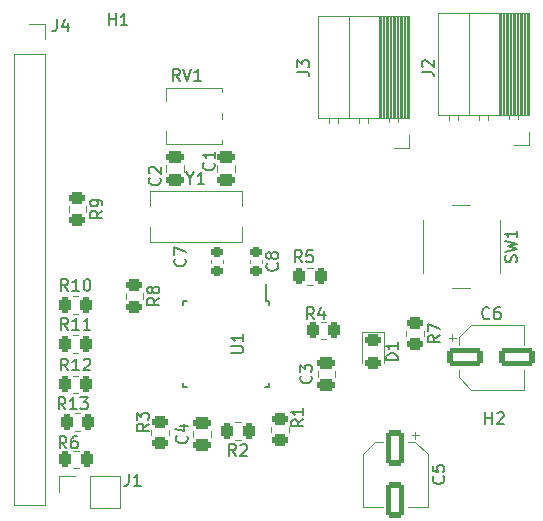
<source format=gto>
G04 #@! TF.GenerationSoftware,KiCad,Pcbnew,(6.0.9)*
G04 #@! TF.CreationDate,2022-12-23T15:26:11+01:00*
G04 #@! TF.ProjectId,mainboard,6d61696e-626f-4617-9264-2e6b69636164,rev?*
G04 #@! TF.SameCoordinates,Original*
G04 #@! TF.FileFunction,Legend,Top*
G04 #@! TF.FilePolarity,Positive*
%FSLAX46Y46*%
G04 Gerber Fmt 4.6, Leading zero omitted, Abs format (unit mm)*
G04 Created by KiCad (PCBNEW (6.0.9)) date 2022-12-23 15:26:11*
%MOMM*%
%LPD*%
G01*
G04 APERTURE LIST*
G04 Aperture macros list*
%AMRoundRect*
0 Rectangle with rounded corners*
0 $1 Rounding radius*
0 $2 $3 $4 $5 $6 $7 $8 $9 X,Y pos of 4 corners*
0 Add a 4 corners polygon primitive as box body*
4,1,4,$2,$3,$4,$5,$6,$7,$8,$9,$2,$3,0*
0 Add four circle primitives for the rounded corners*
1,1,$1+$1,$2,$3*
1,1,$1+$1,$4,$5*
1,1,$1+$1,$6,$7*
1,1,$1+$1,$8,$9*
0 Add four rect primitives between the rounded corners*
20,1,$1+$1,$2,$3,$4,$5,0*
20,1,$1+$1,$4,$5,$6,$7,0*
20,1,$1+$1,$6,$7,$8,$9,0*
20,1,$1+$1,$8,$9,$2,$3,0*%
G04 Aperture macros list end*
%ADD10C,0.150000*%
%ADD11C,0.120000*%
%ADD12C,2.000000*%
%ADD13RoundRect,0.250000X0.262500X0.450000X-0.262500X0.450000X-0.262500X-0.450000X0.262500X-0.450000X0*%
%ADD14RoundRect,0.250000X-0.262500X-0.450000X0.262500X-0.450000X0.262500X0.450000X-0.262500X0.450000X0*%
%ADD15RoundRect,0.250000X-0.450000X0.262500X-0.450000X-0.262500X0.450000X-0.262500X0.450000X0.262500X0*%
%ADD16RoundRect,0.243750X-0.456250X0.243750X-0.456250X-0.243750X0.456250X-0.243750X0.456250X0.243750X0*%
%ADD17RoundRect,0.250000X0.475000X-0.250000X0.475000X0.250000X-0.475000X0.250000X-0.475000X-0.250000X0*%
%ADD18RoundRect,0.250000X-0.475000X0.250000X-0.475000X-0.250000X0.475000X-0.250000X0.475000X0.250000X0*%
%ADD19RoundRect,0.250000X0.450000X-0.262500X0.450000X0.262500X-0.450000X0.262500X-0.450000X-0.262500X0*%
%ADD20C,5.400000*%
%ADD21RoundRect,0.225000X-0.250000X0.225000X-0.250000X-0.225000X0.250000X-0.225000X0.250000X0.225000X0*%
%ADD22R,1.700000X1.700000*%
%ADD23O,1.700000X1.700000*%
%ADD24RoundRect,0.250000X-0.550000X1.250000X-0.550000X-1.250000X0.550000X-1.250000X0.550000X1.250000X0*%
%ADD25R,3.500000X1.200000*%
%ADD26R,1.300000X1.300000*%
%ADD27R,1.300000X2.000000*%
%ADD28RoundRect,0.250000X-1.250000X-0.550000X1.250000X-0.550000X1.250000X0.550000X-1.250000X0.550000X0*%
%ADD29RoundRect,0.225000X0.250000X-0.225000X0.250000X0.225000X-0.250000X0.225000X-0.250000X-0.225000X0*%
%ADD30R,0.550000X1.600000*%
%ADD31R,1.600000X0.550000*%
G04 APERTURE END LIST*
D10*
X151847761Y-45275333D02*
X151895380Y-45132476D01*
X151895380Y-44894380D01*
X151847761Y-44799142D01*
X151800142Y-44751523D01*
X151704904Y-44703904D01*
X151609666Y-44703904D01*
X151514428Y-44751523D01*
X151466809Y-44799142D01*
X151419190Y-44894380D01*
X151371571Y-45084857D01*
X151323952Y-45180095D01*
X151276333Y-45227714D01*
X151181095Y-45275333D01*
X151085857Y-45275333D01*
X150990619Y-45227714D01*
X150943000Y-45180095D01*
X150895380Y-45084857D01*
X150895380Y-44846761D01*
X150943000Y-44703904D01*
X150895380Y-44370571D02*
X151895380Y-44132476D01*
X151181095Y-43942000D01*
X151895380Y-43751523D01*
X150895380Y-43513428D01*
X151895380Y-42608666D02*
X151895380Y-43180095D01*
X151895380Y-42894380D02*
X150895380Y-42894380D01*
X151038238Y-42989619D01*
X151133476Y-43084857D01*
X151181095Y-43180095D01*
X113657142Y-57729380D02*
X113323809Y-57253190D01*
X113085714Y-57729380D02*
X113085714Y-56729380D01*
X113466666Y-56729380D01*
X113561904Y-56777000D01*
X113609523Y-56824619D01*
X113657142Y-56919857D01*
X113657142Y-57062714D01*
X113609523Y-57157952D01*
X113561904Y-57205571D01*
X113466666Y-57253190D01*
X113085714Y-57253190D01*
X114609523Y-57729380D02*
X114038095Y-57729380D01*
X114323809Y-57729380D02*
X114323809Y-56729380D01*
X114228571Y-56872238D01*
X114133333Y-56967476D01*
X114038095Y-57015095D01*
X114942857Y-56729380D02*
X115561904Y-56729380D01*
X115228571Y-57110333D01*
X115371428Y-57110333D01*
X115466666Y-57157952D01*
X115514285Y-57205571D01*
X115561904Y-57300809D01*
X115561904Y-57538904D01*
X115514285Y-57634142D01*
X115466666Y-57681761D01*
X115371428Y-57729380D01*
X115085714Y-57729380D01*
X114990476Y-57681761D01*
X114942857Y-57634142D01*
X113887642Y-54428380D02*
X113554309Y-53952190D01*
X113316214Y-54428380D02*
X113316214Y-53428380D01*
X113697166Y-53428380D01*
X113792404Y-53476000D01*
X113840023Y-53523619D01*
X113887642Y-53618857D01*
X113887642Y-53761714D01*
X113840023Y-53856952D01*
X113792404Y-53904571D01*
X113697166Y-53952190D01*
X113316214Y-53952190D01*
X114840023Y-54428380D02*
X114268595Y-54428380D01*
X114554309Y-54428380D02*
X114554309Y-53428380D01*
X114459071Y-53571238D01*
X114363833Y-53666476D01*
X114268595Y-53714095D01*
X115220976Y-53523619D02*
X115268595Y-53476000D01*
X115363833Y-53428380D01*
X115601928Y-53428380D01*
X115697166Y-53476000D01*
X115744785Y-53523619D01*
X115792404Y-53618857D01*
X115792404Y-53714095D01*
X115744785Y-53856952D01*
X115173357Y-54428380D01*
X115792404Y-54428380D01*
X113887642Y-50999380D02*
X113554309Y-50523190D01*
X113316214Y-50999380D02*
X113316214Y-49999380D01*
X113697166Y-49999380D01*
X113792404Y-50047000D01*
X113840023Y-50094619D01*
X113887642Y-50189857D01*
X113887642Y-50332714D01*
X113840023Y-50427952D01*
X113792404Y-50475571D01*
X113697166Y-50523190D01*
X113316214Y-50523190D01*
X114840023Y-50999380D02*
X114268595Y-50999380D01*
X114554309Y-50999380D02*
X114554309Y-49999380D01*
X114459071Y-50142238D01*
X114363833Y-50237476D01*
X114268595Y-50285095D01*
X115792404Y-50999380D02*
X115220976Y-50999380D01*
X115506690Y-50999380D02*
X115506690Y-49999380D01*
X115411452Y-50142238D01*
X115316214Y-50237476D01*
X115220976Y-50285095D01*
X113887642Y-47697380D02*
X113554309Y-47221190D01*
X113316214Y-47697380D02*
X113316214Y-46697380D01*
X113697166Y-46697380D01*
X113792404Y-46745000D01*
X113840023Y-46792619D01*
X113887642Y-46887857D01*
X113887642Y-47030714D01*
X113840023Y-47125952D01*
X113792404Y-47173571D01*
X113697166Y-47221190D01*
X113316214Y-47221190D01*
X114840023Y-47697380D02*
X114268595Y-47697380D01*
X114554309Y-47697380D02*
X114554309Y-46697380D01*
X114459071Y-46840238D01*
X114363833Y-46935476D01*
X114268595Y-46983095D01*
X115459071Y-46697380D02*
X115554309Y-46697380D01*
X115649547Y-46745000D01*
X115697166Y-46792619D01*
X115744785Y-46887857D01*
X115792404Y-47078333D01*
X115792404Y-47316428D01*
X115744785Y-47506904D01*
X115697166Y-47602142D01*
X115649547Y-47649761D01*
X115554309Y-47697380D01*
X115459071Y-47697380D01*
X115363833Y-47649761D01*
X115316214Y-47602142D01*
X115268595Y-47506904D01*
X115220976Y-47316428D01*
X115220976Y-47078333D01*
X115268595Y-46887857D01*
X115316214Y-46792619D01*
X115363833Y-46745000D01*
X115459071Y-46697380D01*
X116783380Y-40933666D02*
X116307190Y-41267000D01*
X116783380Y-41505095D02*
X115783380Y-41505095D01*
X115783380Y-41124142D01*
X115831000Y-41028904D01*
X115878619Y-40981285D01*
X115973857Y-40933666D01*
X116116714Y-40933666D01*
X116211952Y-40981285D01*
X116259571Y-41028904D01*
X116307190Y-41124142D01*
X116307190Y-41505095D01*
X116783380Y-40457476D02*
X116783380Y-40267000D01*
X116735761Y-40171761D01*
X116688142Y-40124142D01*
X116545285Y-40028904D01*
X116354809Y-39981285D01*
X115973857Y-39981285D01*
X115878619Y-40028904D01*
X115831000Y-40076523D01*
X115783380Y-40171761D01*
X115783380Y-40362238D01*
X115831000Y-40457476D01*
X115878619Y-40505095D01*
X115973857Y-40552714D01*
X116211952Y-40552714D01*
X116307190Y-40505095D01*
X116354809Y-40457476D01*
X116402428Y-40362238D01*
X116402428Y-40171761D01*
X116354809Y-40076523D01*
X116307190Y-40028904D01*
X116211952Y-39981285D01*
X121609380Y-48299666D02*
X121133190Y-48633000D01*
X121609380Y-48871095D02*
X120609380Y-48871095D01*
X120609380Y-48490142D01*
X120657000Y-48394904D01*
X120704619Y-48347285D01*
X120799857Y-48299666D01*
X120942714Y-48299666D01*
X121037952Y-48347285D01*
X121085571Y-48394904D01*
X121133190Y-48490142D01*
X121133190Y-48871095D01*
X121037952Y-47728238D02*
X120990333Y-47823476D01*
X120942714Y-47871095D01*
X120847476Y-47918714D01*
X120799857Y-47918714D01*
X120704619Y-47871095D01*
X120657000Y-47823476D01*
X120609380Y-47728238D01*
X120609380Y-47537761D01*
X120657000Y-47442523D01*
X120704619Y-47394904D01*
X120799857Y-47347285D01*
X120847476Y-47347285D01*
X120942714Y-47394904D01*
X120990333Y-47442523D01*
X121037952Y-47537761D01*
X121037952Y-47728238D01*
X121085571Y-47823476D01*
X121133190Y-47871095D01*
X121228428Y-47918714D01*
X121418904Y-47918714D01*
X121514142Y-47871095D01*
X121561761Y-47823476D01*
X121609380Y-47728238D01*
X121609380Y-47537761D01*
X121561761Y-47442523D01*
X121514142Y-47394904D01*
X121418904Y-47347285D01*
X121228428Y-47347285D01*
X121133190Y-47394904D01*
X121085571Y-47442523D01*
X121037952Y-47537761D01*
X145358380Y-51474666D02*
X144882190Y-51808000D01*
X145358380Y-52046095D02*
X144358380Y-52046095D01*
X144358380Y-51665142D01*
X144406000Y-51569904D01*
X144453619Y-51522285D01*
X144548857Y-51474666D01*
X144691714Y-51474666D01*
X144786952Y-51522285D01*
X144834571Y-51569904D01*
X144882190Y-51665142D01*
X144882190Y-52046095D01*
X144358380Y-51141333D02*
X144358380Y-50474666D01*
X145358380Y-50903238D01*
X141802380Y-53570095D02*
X140802380Y-53570095D01*
X140802380Y-53332000D01*
X140850000Y-53189142D01*
X140945238Y-53093904D01*
X141040476Y-53046285D01*
X141230952Y-52998666D01*
X141373809Y-52998666D01*
X141564285Y-53046285D01*
X141659523Y-53093904D01*
X141754761Y-53189142D01*
X141802380Y-53332000D01*
X141802380Y-53570095D01*
X141802380Y-52046285D02*
X141802380Y-52617714D01*
X141802380Y-52332000D02*
X140802380Y-52332000D01*
X140945238Y-52427238D01*
X141040476Y-52522476D01*
X141088095Y-52617714D01*
X134440142Y-54903666D02*
X134487761Y-54951285D01*
X134535380Y-55094142D01*
X134535380Y-55189380D01*
X134487761Y-55332238D01*
X134392523Y-55427476D01*
X134297285Y-55475095D01*
X134106809Y-55522714D01*
X133963952Y-55522714D01*
X133773476Y-55475095D01*
X133678238Y-55427476D01*
X133583000Y-55332238D01*
X133535380Y-55189380D01*
X133535380Y-55094142D01*
X133583000Y-54951285D01*
X133630619Y-54903666D01*
X133535380Y-54570333D02*
X133535380Y-53951285D01*
X133916333Y-54284619D01*
X133916333Y-54141761D01*
X133963952Y-54046523D01*
X134011571Y-53998904D01*
X134106809Y-53951285D01*
X134344904Y-53951285D01*
X134440142Y-53998904D01*
X134487761Y-54046523D01*
X134535380Y-54141761D01*
X134535380Y-54427476D01*
X134487761Y-54522714D01*
X134440142Y-54570333D01*
X126214142Y-36869666D02*
X126261761Y-36917285D01*
X126309380Y-37060142D01*
X126309380Y-37155380D01*
X126261761Y-37298238D01*
X126166523Y-37393476D01*
X126071285Y-37441095D01*
X125880809Y-37488714D01*
X125737952Y-37488714D01*
X125547476Y-37441095D01*
X125452238Y-37393476D01*
X125357000Y-37298238D01*
X125309380Y-37155380D01*
X125309380Y-37060142D01*
X125357000Y-36917285D01*
X125404619Y-36869666D01*
X126309380Y-35917285D02*
X126309380Y-36488714D01*
X126309380Y-36203000D02*
X125309380Y-36203000D01*
X125452238Y-36298238D01*
X125547476Y-36393476D01*
X125595095Y-36488714D01*
X128103333Y-61665380D02*
X127770000Y-61189190D01*
X127531904Y-61665380D02*
X127531904Y-60665380D01*
X127912857Y-60665380D01*
X128008095Y-60713000D01*
X128055714Y-60760619D01*
X128103333Y-60855857D01*
X128103333Y-60998714D01*
X128055714Y-61093952D01*
X128008095Y-61141571D01*
X127912857Y-61189190D01*
X127531904Y-61189190D01*
X128484285Y-60760619D02*
X128531904Y-60713000D01*
X128627142Y-60665380D01*
X128865238Y-60665380D01*
X128960476Y-60713000D01*
X129008095Y-60760619D01*
X129055714Y-60855857D01*
X129055714Y-60951095D01*
X129008095Y-61093952D01*
X128436666Y-61665380D01*
X129055714Y-61665380D01*
X120721380Y-58967666D02*
X120245190Y-59301000D01*
X120721380Y-59539095D02*
X119721380Y-59539095D01*
X119721380Y-59158142D01*
X119769000Y-59062904D01*
X119816619Y-59015285D01*
X119911857Y-58967666D01*
X120054714Y-58967666D01*
X120149952Y-59015285D01*
X120197571Y-59062904D01*
X120245190Y-59158142D01*
X120245190Y-59539095D01*
X119721380Y-58634333D02*
X119721380Y-58015285D01*
X120102333Y-58348619D01*
X120102333Y-58205761D01*
X120149952Y-58110523D01*
X120197571Y-58062904D01*
X120292809Y-58015285D01*
X120530904Y-58015285D01*
X120626142Y-58062904D01*
X120673761Y-58110523D01*
X120721380Y-58205761D01*
X120721380Y-58491476D01*
X120673761Y-58586714D01*
X120626142Y-58634333D01*
X117348095Y-25200380D02*
X117348095Y-24200380D01*
X117348095Y-24676571D02*
X117919523Y-24676571D01*
X117919523Y-25200380D02*
X117919523Y-24200380D01*
X118919523Y-25200380D02*
X118348095Y-25200380D01*
X118633809Y-25200380D02*
X118633809Y-24200380D01*
X118538571Y-24343238D01*
X118443333Y-24438476D01*
X118348095Y-24486095D01*
X131581142Y-45378666D02*
X131628761Y-45426285D01*
X131676380Y-45569142D01*
X131676380Y-45664380D01*
X131628761Y-45807238D01*
X131533523Y-45902476D01*
X131438285Y-45950095D01*
X131247809Y-45997714D01*
X131104952Y-45997714D01*
X130914476Y-45950095D01*
X130819238Y-45902476D01*
X130724000Y-45807238D01*
X130676380Y-45664380D01*
X130676380Y-45569142D01*
X130724000Y-45426285D01*
X130771619Y-45378666D01*
X131104952Y-44807238D02*
X131057333Y-44902476D01*
X131009714Y-44950095D01*
X130914476Y-44997714D01*
X130866857Y-44997714D01*
X130771619Y-44950095D01*
X130724000Y-44902476D01*
X130676380Y-44807238D01*
X130676380Y-44616761D01*
X130724000Y-44521523D01*
X130771619Y-44473904D01*
X130866857Y-44426285D01*
X130914476Y-44426285D01*
X131009714Y-44473904D01*
X131057333Y-44521523D01*
X131104952Y-44616761D01*
X131104952Y-44807238D01*
X131152571Y-44902476D01*
X131200190Y-44950095D01*
X131295428Y-44997714D01*
X131485904Y-44997714D01*
X131581142Y-44950095D01*
X131628761Y-44902476D01*
X131676380Y-44807238D01*
X131676380Y-44616761D01*
X131628761Y-44521523D01*
X131581142Y-44473904D01*
X131485904Y-44426285D01*
X131295428Y-44426285D01*
X131200190Y-44473904D01*
X131152571Y-44521523D01*
X131104952Y-44616761D01*
X133691333Y-45283380D02*
X133358000Y-44807190D01*
X133119904Y-45283380D02*
X133119904Y-44283380D01*
X133500857Y-44283380D01*
X133596095Y-44331000D01*
X133643714Y-44378619D01*
X133691333Y-44473857D01*
X133691333Y-44616714D01*
X133643714Y-44711952D01*
X133596095Y-44759571D01*
X133500857Y-44807190D01*
X133119904Y-44807190D01*
X134596095Y-44283380D02*
X134119904Y-44283380D01*
X134072285Y-44759571D01*
X134119904Y-44711952D01*
X134215142Y-44664333D01*
X134453238Y-44664333D01*
X134548476Y-44711952D01*
X134596095Y-44759571D01*
X134643714Y-44854809D01*
X134643714Y-45092904D01*
X134596095Y-45188142D01*
X134548476Y-45235761D01*
X134453238Y-45283380D01*
X134215142Y-45283380D01*
X134119904Y-45235761D01*
X134072285Y-45188142D01*
X134707333Y-50109380D02*
X134374000Y-49633190D01*
X134135904Y-50109380D02*
X134135904Y-49109380D01*
X134516857Y-49109380D01*
X134612095Y-49157000D01*
X134659714Y-49204619D01*
X134707333Y-49299857D01*
X134707333Y-49442714D01*
X134659714Y-49537952D01*
X134612095Y-49585571D01*
X134516857Y-49633190D01*
X134135904Y-49633190D01*
X135564476Y-49442714D02*
X135564476Y-50109380D01*
X135326380Y-49061761D02*
X135088285Y-49776047D01*
X135707333Y-49776047D01*
X123928142Y-59983666D02*
X123975761Y-60031285D01*
X124023380Y-60174142D01*
X124023380Y-60269380D01*
X123975761Y-60412238D01*
X123880523Y-60507476D01*
X123785285Y-60555095D01*
X123594809Y-60602714D01*
X123451952Y-60602714D01*
X123261476Y-60555095D01*
X123166238Y-60507476D01*
X123071000Y-60412238D01*
X123023380Y-60269380D01*
X123023380Y-60174142D01*
X123071000Y-60031285D01*
X123118619Y-59983666D01*
X123356714Y-59126523D02*
X124023380Y-59126523D01*
X122975761Y-59364619D02*
X123690047Y-59602714D01*
X123690047Y-58983666D01*
X119046666Y-63206380D02*
X119046666Y-63920666D01*
X118999047Y-64063523D01*
X118903809Y-64158761D01*
X118760952Y-64206380D01*
X118665714Y-64206380D01*
X120046666Y-64206380D02*
X119475238Y-64206380D01*
X119760952Y-64206380D02*
X119760952Y-63206380D01*
X119665714Y-63349238D01*
X119570476Y-63444476D01*
X119475238Y-63492095D01*
X113752333Y-61031380D02*
X113419000Y-60555190D01*
X113180904Y-61031380D02*
X113180904Y-60031380D01*
X113561857Y-60031380D01*
X113657095Y-60079000D01*
X113704714Y-60126619D01*
X113752333Y-60221857D01*
X113752333Y-60364714D01*
X113704714Y-60459952D01*
X113657095Y-60507571D01*
X113561857Y-60555190D01*
X113180904Y-60555190D01*
X114609476Y-60031380D02*
X114419000Y-60031380D01*
X114323761Y-60079000D01*
X114276142Y-60126619D01*
X114180904Y-60269476D01*
X114133285Y-60459952D01*
X114133285Y-60840904D01*
X114180904Y-60936142D01*
X114228523Y-60983761D01*
X114323761Y-61031380D01*
X114514238Y-61031380D01*
X114609476Y-60983761D01*
X114657095Y-60936142D01*
X114704714Y-60840904D01*
X114704714Y-60602809D01*
X114657095Y-60507571D01*
X114609476Y-60459952D01*
X114514238Y-60412333D01*
X114323761Y-60412333D01*
X114228523Y-60459952D01*
X114180904Y-60507571D01*
X114133285Y-60602809D01*
X145662142Y-63412666D02*
X145709761Y-63460285D01*
X145757380Y-63603142D01*
X145757380Y-63698380D01*
X145709761Y-63841238D01*
X145614523Y-63936476D01*
X145519285Y-63984095D01*
X145328809Y-64031714D01*
X145185952Y-64031714D01*
X144995476Y-63984095D01*
X144900238Y-63936476D01*
X144805000Y-63841238D01*
X144757380Y-63698380D01*
X144757380Y-63603142D01*
X144805000Y-63460285D01*
X144852619Y-63412666D01*
X144757380Y-62507904D02*
X144757380Y-62984095D01*
X145233571Y-63031714D01*
X145185952Y-62984095D01*
X145138333Y-62888857D01*
X145138333Y-62650761D01*
X145185952Y-62555523D01*
X145233571Y-62507904D01*
X145328809Y-62460285D01*
X145566904Y-62460285D01*
X145662142Y-62507904D01*
X145709761Y-62555523D01*
X145757380Y-62650761D01*
X145757380Y-62888857D01*
X145709761Y-62984095D01*
X145662142Y-63031714D01*
X124237809Y-38178190D02*
X124237809Y-38654380D01*
X123904476Y-37654380D02*
X124237809Y-38178190D01*
X124571142Y-37654380D01*
X125428285Y-38654380D02*
X124856857Y-38654380D01*
X125142571Y-38654380D02*
X125142571Y-37654380D01*
X125047333Y-37797238D01*
X124952095Y-37892476D01*
X124856857Y-37940095D01*
X133802380Y-58586666D02*
X133326190Y-58920000D01*
X133802380Y-59158095D02*
X132802380Y-59158095D01*
X132802380Y-58777142D01*
X132850000Y-58681904D01*
X132897619Y-58634285D01*
X132992857Y-58586666D01*
X133135714Y-58586666D01*
X133230952Y-58634285D01*
X133278571Y-58681904D01*
X133326190Y-58777142D01*
X133326190Y-59158095D01*
X133802380Y-57634285D02*
X133802380Y-58205714D01*
X133802380Y-57920000D02*
X132802380Y-57920000D01*
X132945238Y-58015238D01*
X133040476Y-58110476D01*
X133088095Y-58205714D01*
X123356761Y-29916380D02*
X123023428Y-29440190D01*
X122785333Y-29916380D02*
X122785333Y-28916380D01*
X123166285Y-28916380D01*
X123261523Y-28964000D01*
X123309142Y-29011619D01*
X123356761Y-29106857D01*
X123356761Y-29249714D01*
X123309142Y-29344952D01*
X123261523Y-29392571D01*
X123166285Y-29440190D01*
X122785333Y-29440190D01*
X123642476Y-28916380D02*
X123975809Y-29916380D01*
X124309142Y-28916380D01*
X125166285Y-29916380D02*
X124594857Y-29916380D01*
X124880571Y-29916380D02*
X124880571Y-28916380D01*
X124785333Y-29059238D01*
X124690095Y-29154476D01*
X124594857Y-29202095D01*
X143851380Y-29162333D02*
X144565666Y-29162333D01*
X144708523Y-29209952D01*
X144803761Y-29305190D01*
X144851380Y-29448047D01*
X144851380Y-29543285D01*
X143946619Y-28733761D02*
X143899000Y-28686142D01*
X143851380Y-28590904D01*
X143851380Y-28352809D01*
X143899000Y-28257571D01*
X143946619Y-28209952D01*
X144041857Y-28162333D01*
X144137095Y-28162333D01*
X144279952Y-28209952D01*
X144851380Y-28781380D01*
X144851380Y-28162333D01*
X121642142Y-38139666D02*
X121689761Y-38187285D01*
X121737380Y-38330142D01*
X121737380Y-38425380D01*
X121689761Y-38568238D01*
X121594523Y-38663476D01*
X121499285Y-38711095D01*
X121308809Y-38758714D01*
X121165952Y-38758714D01*
X120975476Y-38711095D01*
X120880238Y-38663476D01*
X120785000Y-38568238D01*
X120737380Y-38425380D01*
X120737380Y-38330142D01*
X120785000Y-38187285D01*
X120832619Y-38139666D01*
X120832619Y-37758714D02*
X120785000Y-37711095D01*
X120737380Y-37615857D01*
X120737380Y-37377761D01*
X120785000Y-37282523D01*
X120832619Y-37234904D01*
X120927857Y-37187285D01*
X121023095Y-37187285D01*
X121165952Y-37234904D01*
X121737380Y-37806333D01*
X121737380Y-37187285D01*
X149566333Y-49997142D02*
X149518714Y-50044761D01*
X149375857Y-50092380D01*
X149280619Y-50092380D01*
X149137761Y-50044761D01*
X149042523Y-49949523D01*
X148994904Y-49854285D01*
X148947285Y-49663809D01*
X148947285Y-49520952D01*
X148994904Y-49330476D01*
X149042523Y-49235238D01*
X149137761Y-49140000D01*
X149280619Y-49092380D01*
X149375857Y-49092380D01*
X149518714Y-49140000D01*
X149566333Y-49187619D01*
X150423476Y-49092380D02*
X150233000Y-49092380D01*
X150137761Y-49140000D01*
X150090142Y-49187619D01*
X149994904Y-49330476D01*
X149947285Y-49520952D01*
X149947285Y-49901904D01*
X149994904Y-49997142D01*
X150042523Y-50044761D01*
X150137761Y-50092380D01*
X150328238Y-50092380D01*
X150423476Y-50044761D01*
X150471095Y-49997142D01*
X150518714Y-49901904D01*
X150518714Y-49663809D01*
X150471095Y-49568571D01*
X150423476Y-49520952D01*
X150328238Y-49473333D01*
X150137761Y-49473333D01*
X150042523Y-49520952D01*
X149994904Y-49568571D01*
X149947285Y-49663809D01*
X149225095Y-58982380D02*
X149225095Y-57982380D01*
X149225095Y-58458571D02*
X149796523Y-58458571D01*
X149796523Y-58982380D02*
X149796523Y-57982380D01*
X150225095Y-58077619D02*
X150272714Y-58030000D01*
X150367952Y-57982380D01*
X150606047Y-57982380D01*
X150701285Y-58030000D01*
X150748904Y-58077619D01*
X150796523Y-58172857D01*
X150796523Y-58268095D01*
X150748904Y-58410952D01*
X150177476Y-58982380D01*
X150796523Y-58982380D01*
X112950666Y-24725380D02*
X112950666Y-25439666D01*
X112903047Y-25582523D01*
X112807809Y-25677761D01*
X112664952Y-25725380D01*
X112569714Y-25725380D01*
X113855428Y-25058714D02*
X113855428Y-25725380D01*
X113617333Y-24677761D02*
X113379238Y-25392047D01*
X113998285Y-25392047D01*
X123768142Y-44997666D02*
X123815761Y-45045285D01*
X123863380Y-45188142D01*
X123863380Y-45283380D01*
X123815761Y-45426238D01*
X123720523Y-45521476D01*
X123625285Y-45569095D01*
X123434809Y-45616714D01*
X123291952Y-45616714D01*
X123101476Y-45569095D01*
X123006238Y-45521476D01*
X122911000Y-45426238D01*
X122863380Y-45283380D01*
X122863380Y-45188142D01*
X122911000Y-45045285D01*
X122958619Y-44997666D01*
X122863380Y-44664333D02*
X122863380Y-43997666D01*
X123863380Y-44426238D01*
X127722380Y-52958904D02*
X128531904Y-52958904D01*
X128627142Y-52911285D01*
X128674761Y-52863666D01*
X128722380Y-52768428D01*
X128722380Y-52577952D01*
X128674761Y-52482714D01*
X128627142Y-52435095D01*
X128531904Y-52387476D01*
X127722380Y-52387476D01*
X128722380Y-51387476D02*
X128722380Y-51958904D01*
X128722380Y-51673190D02*
X127722380Y-51673190D01*
X127865238Y-51768428D01*
X127960476Y-51863666D01*
X128008095Y-51958904D01*
X133310380Y-29162333D02*
X134024666Y-29162333D01*
X134167523Y-29209952D01*
X134262761Y-29305190D01*
X134310380Y-29448047D01*
X134310380Y-29543285D01*
X133310380Y-28781380D02*
X133310380Y-28162333D01*
X133691333Y-28495666D01*
X133691333Y-28352809D01*
X133738952Y-28257571D01*
X133786571Y-28209952D01*
X133881809Y-28162333D01*
X134119904Y-28162333D01*
X134215142Y-28209952D01*
X134262761Y-28257571D01*
X134310380Y-28352809D01*
X134310380Y-28638523D01*
X134262761Y-28733761D01*
X134215142Y-28781380D01*
D11*
X143943000Y-41692000D02*
X143943000Y-46192000D01*
X147943000Y-40442000D02*
X146443000Y-40442000D01*
X150443000Y-46192000D02*
X150443000Y-41692000D01*
X146443000Y-47442000D02*
X147943000Y-47442000D01*
X114908064Y-59536000D02*
X114453936Y-59536000D01*
X114908064Y-58066000D02*
X114453936Y-58066000D01*
X114303436Y-54891000D02*
X114757564Y-54891000D01*
X114303436Y-56361000D02*
X114757564Y-56361000D01*
X114303436Y-51462000D02*
X114757564Y-51462000D01*
X114303436Y-52932000D02*
X114757564Y-52932000D01*
X114303436Y-48160000D02*
X114757564Y-48160000D01*
X114303436Y-49630000D02*
X114757564Y-49630000D01*
X115416000Y-40539936D02*
X115416000Y-40994064D01*
X113946000Y-40539936D02*
X113946000Y-40994064D01*
X120242000Y-47905936D02*
X120242000Y-48360064D01*
X118772000Y-47905936D02*
X118772000Y-48360064D01*
X142521000Y-51080936D02*
X142521000Y-51535064D01*
X143991000Y-51080936D02*
X143991000Y-51535064D01*
X138740000Y-51147000D02*
X138740000Y-53832000D01*
X140660000Y-51147000D02*
X138740000Y-51147000D01*
X140660000Y-53832000D02*
X140660000Y-51147000D01*
X135028000Y-54998252D02*
X135028000Y-54475748D01*
X136498000Y-54998252D02*
X136498000Y-54475748D01*
X126519000Y-37076748D02*
X126519000Y-37599252D01*
X127989000Y-37076748D02*
X127989000Y-37599252D01*
X128497064Y-60298000D02*
X128042936Y-60298000D01*
X128497064Y-58828000D02*
X128042936Y-58828000D01*
X120931000Y-59917064D02*
X120931000Y-59462936D01*
X122401000Y-59917064D02*
X122401000Y-59462936D01*
X130304000Y-45071420D02*
X130304000Y-45352580D01*
X129284000Y-45071420D02*
X129284000Y-45352580D01*
X134593064Y-47217000D02*
X134138936Y-47217000D01*
X134593064Y-45747000D02*
X134138936Y-45747000D01*
X135736064Y-50319000D02*
X135281936Y-50319000D01*
X135736064Y-51789000D02*
X135281936Y-51789000D01*
X125957000Y-59555748D02*
X125957000Y-60078252D01*
X124487000Y-59555748D02*
X124487000Y-60078252D01*
X113117000Y-64745000D02*
X113117000Y-63415000D01*
X115717000Y-66075000D02*
X118317000Y-66075000D01*
X115717000Y-63415000D02*
X118317000Y-63415000D01*
X113117000Y-63415000D02*
X114447000Y-63415000D01*
X115717000Y-66075000D02*
X115717000Y-63415000D01*
X118317000Y-66075000D02*
X118317000Y-63415000D01*
X114781064Y-61241000D02*
X114326936Y-61241000D01*
X114781064Y-62711000D02*
X114326936Y-62711000D01*
X143290000Y-59621000D02*
X143290000Y-60246000D01*
X138845000Y-61550437D02*
X138845000Y-66006000D01*
X143300563Y-60486000D02*
X142665000Y-60486000D01*
X139909437Y-60486000D02*
X140545000Y-60486000D01*
X138845000Y-66006000D02*
X140545000Y-66006000D01*
X144365000Y-61550437D02*
X144365000Y-66006000D01*
X143300563Y-60486000D02*
X144365000Y-61550437D01*
X139909437Y-60486000D02*
X138845000Y-61550437D01*
X144365000Y-66006000D02*
X142665000Y-66006000D01*
X143602500Y-59933500D02*
X142977500Y-59933500D01*
X120794000Y-39232000D02*
X120794000Y-40502000D01*
X120794000Y-43572000D02*
X128634000Y-43572000D01*
X128634000Y-39232000D02*
X128634000Y-40502000D01*
X120794000Y-39232000D02*
X128634000Y-39232000D01*
X128634000Y-43572000D02*
X128634000Y-42302000D01*
X120794000Y-43572000D02*
X120794000Y-42302000D01*
X131091000Y-59663064D02*
X131091000Y-59208936D01*
X132561000Y-59663064D02*
X132561000Y-59208936D01*
X126957000Y-30523000D02*
X122217000Y-30523000D01*
X122217000Y-30523000D02*
X122217000Y-31653000D01*
X126957000Y-32634000D02*
X126957000Y-33153000D01*
X126957000Y-35263000D02*
X122217000Y-35263000D01*
X126957000Y-34933000D02*
X126957000Y-35263000D01*
X122217000Y-34133000D02*
X122217000Y-35263000D01*
X126957000Y-30523000D02*
X126957000Y-30854000D01*
X148723000Y-32785000D02*
X148723000Y-33195000D01*
X152360620Y-24155000D02*
X152360620Y-32785000D01*
X150471100Y-24155000D02*
X150471100Y-32785000D01*
X151415860Y-24155000D02*
X151415860Y-32785000D01*
X151770145Y-24155000D02*
X151770145Y-32785000D01*
X152242525Y-24155000D02*
X152242525Y-32785000D01*
X149443000Y-32785000D02*
X149443000Y-33195000D01*
X151297765Y-24155000D02*
X151297765Y-32785000D01*
X151533955Y-24155000D02*
X151533955Y-32785000D01*
X152596810Y-24155000D02*
X152596810Y-32785000D01*
X150353000Y-24155000D02*
X150353000Y-32785000D01*
X151888240Y-24155000D02*
X151888240Y-32785000D01*
X152833000Y-24155000D02*
X152833000Y-32785000D01*
X152953000Y-24155000D02*
X145213000Y-24155000D01*
X150707290Y-24155000D02*
X150707290Y-32785000D01*
X152714905Y-24155000D02*
X152714905Y-32785000D01*
X145213000Y-24155000D02*
X145213000Y-32785000D01*
X150825385Y-24155000D02*
X150825385Y-32785000D01*
X151061575Y-24155000D02*
X151061575Y-32785000D01*
X147813000Y-24155000D02*
X147813000Y-32785000D01*
X146183000Y-32785000D02*
X146183000Y-33195000D01*
X151983000Y-32785000D02*
X151983000Y-33135000D01*
X151263000Y-32785000D02*
X151263000Y-33135000D01*
X152953000Y-24155000D02*
X152953000Y-32785000D01*
X150589195Y-24155000D02*
X150589195Y-32785000D01*
X152953000Y-32785000D02*
X145213000Y-32785000D01*
X146903000Y-32785000D02*
X146903000Y-33195000D01*
X151652050Y-24155000D02*
X151652050Y-32785000D01*
X152953000Y-35355000D02*
X151623000Y-35355000D01*
X150943480Y-24155000D02*
X150943480Y-32785000D01*
X152124430Y-24155000D02*
X152124430Y-32785000D01*
X152478715Y-24155000D02*
X152478715Y-32785000D01*
X152953000Y-34245000D02*
X152953000Y-35355000D01*
X152006335Y-24155000D02*
X152006335Y-32785000D01*
X151179670Y-24155000D02*
X151179670Y-32785000D01*
X123671000Y-37076748D02*
X123671000Y-37599252D01*
X122201000Y-37076748D02*
X122201000Y-37599252D01*
X146973000Y-55035563D02*
X148037437Y-56100000D01*
X146973000Y-51644437D02*
X146973000Y-52280000D01*
X148037437Y-50580000D02*
X152493000Y-50580000D01*
X146973000Y-55035563D02*
X146973000Y-54400000D01*
X146108000Y-51655000D02*
X146733000Y-51655000D01*
X148037437Y-56100000D02*
X152493000Y-56100000D01*
X152493000Y-50580000D02*
X152493000Y-52280000D01*
X146973000Y-51644437D02*
X148037437Y-50580000D01*
X152493000Y-56100000D02*
X152493000Y-54400000D01*
X146420500Y-51342500D02*
X146420500Y-51967500D01*
X109287000Y-65846000D02*
X111947000Y-65846000D01*
X109287000Y-27686000D02*
X109287000Y-65846000D01*
X109287000Y-27686000D02*
X111947000Y-27686000D01*
X111947000Y-25086000D02*
X111947000Y-26416000D01*
X110617000Y-25086000D02*
X111947000Y-25086000D01*
X111947000Y-27686000D02*
X111947000Y-65846000D01*
X127002000Y-45352580D02*
X127002000Y-45071420D01*
X125982000Y-45352580D02*
X125982000Y-45071420D01*
D10*
X123629000Y-48572000D02*
X123629000Y-48897000D01*
X123629000Y-48572000D02*
X123954000Y-48572000D01*
X130879000Y-55822000D02*
X130879000Y-55497000D01*
X123629000Y-55822000D02*
X123954000Y-55822000D01*
X123629000Y-55822000D02*
X123629000Y-55497000D01*
X130654000Y-48572000D02*
X130654000Y-47147000D01*
X130879000Y-55822000D02*
X130554000Y-55822000D01*
X130879000Y-48572000D02*
X130654000Y-48572000D01*
X130879000Y-48572000D02*
X130879000Y-48897000D01*
D11*
X141823000Y-33039000D02*
X141823000Y-33389000D01*
X142793000Y-35609000D02*
X141463000Y-35609000D01*
X137653000Y-24409000D02*
X137653000Y-33039000D01*
X141137765Y-24409000D02*
X141137765Y-33039000D01*
X138563000Y-33039000D02*
X138563000Y-33449000D01*
X142200620Y-24409000D02*
X142200620Y-33039000D01*
X140429195Y-24409000D02*
X140429195Y-33039000D01*
X140665385Y-24409000D02*
X140665385Y-33039000D01*
X142793000Y-34499000D02*
X142793000Y-35609000D01*
X136743000Y-33039000D02*
X136743000Y-33449000D01*
X142318715Y-24409000D02*
X142318715Y-33039000D01*
X141255860Y-24409000D02*
X141255860Y-33039000D01*
X141019670Y-24409000D02*
X141019670Y-33039000D01*
X140311100Y-24409000D02*
X140311100Y-33039000D01*
X135053000Y-24409000D02*
X135053000Y-33039000D01*
X140783480Y-24409000D02*
X140783480Y-33039000D01*
X141846335Y-24409000D02*
X141846335Y-33039000D01*
X141492050Y-24409000D02*
X141492050Y-33039000D01*
X142554905Y-24409000D02*
X142554905Y-33039000D01*
X142793000Y-24409000D02*
X135053000Y-24409000D01*
X136023000Y-33039000D02*
X136023000Y-33449000D01*
X141964430Y-24409000D02*
X141964430Y-33039000D01*
X141728240Y-24409000D02*
X141728240Y-33039000D01*
X141610145Y-24409000D02*
X141610145Y-33039000D01*
X142673000Y-24409000D02*
X142673000Y-33039000D01*
X142793000Y-24409000D02*
X142793000Y-33039000D01*
X140547290Y-24409000D02*
X140547290Y-33039000D01*
X141373955Y-24409000D02*
X141373955Y-33039000D01*
X139283000Y-33039000D02*
X139283000Y-33449000D01*
X142082525Y-24409000D02*
X142082525Y-33039000D01*
X142436810Y-24409000D02*
X142436810Y-33039000D01*
X140193000Y-24409000D02*
X140193000Y-33039000D01*
X142793000Y-33039000D02*
X135053000Y-33039000D01*
X140901575Y-24409000D02*
X140901575Y-33039000D01*
X141103000Y-33039000D02*
X141103000Y-33389000D01*
%LPC*%
D12*
X144943000Y-40692000D03*
X144943000Y-47192000D03*
X149443000Y-40692000D03*
X149443000Y-47192000D03*
D13*
X115593500Y-58801000D03*
X113768500Y-58801000D03*
D14*
X113618000Y-55626000D03*
X115443000Y-55626000D03*
X113618000Y-52197000D03*
X115443000Y-52197000D03*
X113618000Y-48895000D03*
X115443000Y-48895000D03*
D15*
X114681000Y-39854500D03*
X114681000Y-41679500D03*
X119507000Y-47220500D03*
X119507000Y-49045500D03*
X143256000Y-52220500D03*
X143256000Y-50395500D03*
D16*
X139700000Y-53769500D03*
X139700000Y-51894500D03*
D17*
X135763000Y-53787000D03*
X135763000Y-55687000D03*
D18*
X127254000Y-36388000D03*
X127254000Y-38288000D03*
D13*
X129182500Y-59563000D03*
X127357500Y-59563000D03*
D19*
X121666000Y-60602500D03*
X121666000Y-58777500D03*
D20*
X118110000Y-28448000D03*
D21*
X129794000Y-44437000D03*
X129794000Y-45987000D03*
D13*
X135278500Y-46482000D03*
X133453500Y-46482000D03*
X134596500Y-51054000D03*
X136421500Y-51054000D03*
D18*
X125222000Y-58867000D03*
X125222000Y-60767000D03*
D22*
X114447000Y-64745000D03*
D23*
X116987000Y-64745000D03*
D13*
X115466500Y-61976000D03*
X113641500Y-61976000D03*
D24*
X141605000Y-61046000D03*
X141605000Y-65446000D03*
D25*
X121964000Y-41402000D03*
X127464000Y-41402000D03*
D19*
X131826000Y-58523500D03*
X131826000Y-60348500D03*
D26*
X127337000Y-31743000D03*
D27*
X121837000Y-32893000D03*
D26*
X127337000Y-34043000D03*
D22*
X151623000Y-34245000D03*
D23*
X149083000Y-34245000D03*
X146543000Y-34245000D03*
D18*
X122936000Y-36388000D03*
X122936000Y-38288000D03*
D28*
X147533000Y-53340000D03*
X151933000Y-53340000D03*
D20*
X149987000Y-62230000D03*
D22*
X110617000Y-26416000D03*
D23*
X110617000Y-28956000D03*
X110617000Y-31496000D03*
X110617000Y-34036000D03*
X110617000Y-36576000D03*
X110617000Y-39116000D03*
X110617000Y-41656000D03*
X110617000Y-44196000D03*
X110617000Y-46736000D03*
X110617000Y-49276000D03*
X110617000Y-51816000D03*
X110617000Y-54356000D03*
X110617000Y-56896000D03*
X110617000Y-59436000D03*
X110617000Y-61976000D03*
X110617000Y-64516000D03*
D29*
X126492000Y-45987000D03*
X126492000Y-44437000D03*
D30*
X130054000Y-47947000D03*
X129254000Y-47947000D03*
X128454000Y-47947000D03*
X127654000Y-47947000D03*
X126854000Y-47947000D03*
X126054000Y-47947000D03*
X125254000Y-47947000D03*
X124454000Y-47947000D03*
D31*
X123004000Y-49397000D03*
X123004000Y-50197000D03*
X123004000Y-50997000D03*
X123004000Y-51797000D03*
X123004000Y-52597000D03*
X123004000Y-53397000D03*
X123004000Y-54197000D03*
X123004000Y-54997000D03*
D30*
X124454000Y-56447000D03*
X125254000Y-56447000D03*
X126054000Y-56447000D03*
X126854000Y-56447000D03*
X127654000Y-56447000D03*
X128454000Y-56447000D03*
X129254000Y-56447000D03*
X130054000Y-56447000D03*
D31*
X131504000Y-54997000D03*
X131504000Y-54197000D03*
X131504000Y-53397000D03*
X131504000Y-52597000D03*
X131504000Y-51797000D03*
X131504000Y-50997000D03*
X131504000Y-50197000D03*
X131504000Y-49397000D03*
D22*
X141463000Y-34499000D03*
D23*
X138923000Y-34499000D03*
X136383000Y-34499000D03*
M02*

</source>
